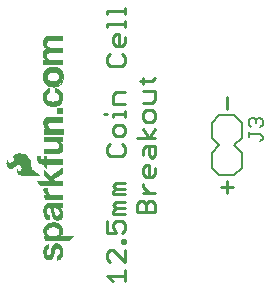
<source format=gbr>
G04 EAGLE Gerber RS-274X export*
G75*
%MOMM*%
%FSLAX34Y34*%
%LPD*%
%INSilkscreen Top*%
%IPPOS*%
%AMOC8*
5,1,8,0,0,1.08239X$1,22.5*%
G01*
%ADD10C,0.279400*%
%ADD11C,0.025400*%
%ADD12R,0.485100X0.495300*%
%ADD13C,0.203200*%
%ADD14C,0.127000*%

G36*
X95611Y126597D02*
X95611Y126597D01*
X95615Y126595D01*
X95655Y126616D01*
X95697Y126633D01*
X95699Y126638D01*
X95703Y126640D01*
X95716Y126683D01*
X95732Y126725D01*
X95730Y126730D01*
X95732Y126734D01*
X95696Y126804D01*
X95691Y126814D01*
X95690Y126815D01*
X90208Y131687D01*
X89426Y132541D01*
X88837Y133531D01*
X88710Y133882D01*
X88645Y134250D01*
X88645Y136525D01*
X88643Y136530D01*
X88645Y136536D01*
X88521Y137900D01*
X88515Y137910D01*
X88517Y137922D01*
X88149Y139241D01*
X88141Y139249D01*
X88140Y139262D01*
X87540Y140492D01*
X87533Y140499D01*
X87530Y140510D01*
X86713Y141667D01*
X86705Y141672D01*
X86702Y141681D01*
X85730Y142712D01*
X85722Y142716D01*
X85719Y142722D01*
X85718Y142723D01*
X85717Y142724D01*
X84610Y143609D01*
X84600Y143611D01*
X84593Y143620D01*
X82912Y144567D01*
X82901Y144568D01*
X82891Y144576D01*
X81067Y145204D01*
X81056Y145203D01*
X81045Y145210D01*
X79138Y145498D01*
X79127Y145495D01*
X79115Y145500D01*
X77187Y145439D01*
X77178Y145435D01*
X77166Y145437D01*
X76127Y145230D01*
X76119Y145225D01*
X76109Y145225D01*
X75111Y144867D01*
X75104Y144861D01*
X75093Y144860D01*
X74159Y144358D01*
X74152Y144349D01*
X74140Y144346D01*
X73003Y143439D01*
X72997Y143428D01*
X72984Y143421D01*
X72063Y142295D01*
X72051Y142252D01*
X72035Y142211D01*
X72037Y142206D01*
X72036Y142200D01*
X72058Y142162D01*
X72076Y142122D01*
X72082Y142119D01*
X72084Y142115D01*
X72113Y142107D01*
X72161Y142089D01*
X73041Y142089D01*
X73162Y142073D01*
X73264Y142029D01*
X73603Y141755D01*
X73852Y141394D01*
X73917Y141220D01*
X73975Y140682D01*
X73877Y140152D01*
X73628Y139664D01*
X72977Y138762D01*
X72623Y138350D01*
X72213Y137999D01*
X71755Y137716D01*
X71261Y137510D01*
X70961Y137451D01*
X70658Y137463D01*
X70139Y137620D01*
X69679Y137906D01*
X69309Y138301D01*
X69054Y138782D01*
X68916Y139272D01*
X68858Y139783D01*
X68858Y140386D01*
X68858Y140387D01*
X68849Y140409D01*
X68820Y140477D01*
X68728Y140512D01*
X68718Y140508D01*
X68643Y140474D01*
X68640Y140472D01*
X68639Y140471D01*
X68638Y140470D01*
X68618Y140449D01*
X68616Y140445D01*
X68613Y140444D01*
X68612Y140440D01*
X68607Y140438D01*
X68269Y140003D01*
X68265Y139988D01*
X68253Y139976D01*
X68032Y139472D01*
X68032Y139471D01*
X67880Y139115D01*
X67779Y138887D01*
X67779Y138877D01*
X67772Y138867D01*
X67552Y137989D01*
X67554Y137980D01*
X67549Y137970D01*
X67463Y137070D01*
X67467Y137060D01*
X67463Y137048D01*
X67529Y136180D01*
X67535Y136169D01*
X67534Y136156D01*
X67765Y135316D01*
X67773Y135306D01*
X67774Y135293D01*
X68162Y134513D01*
X68170Y134506D01*
X68173Y134495D01*
X68733Y133718D01*
X68740Y133714D01*
X68744Y133705D01*
X69402Y133009D01*
X69413Y133004D01*
X69421Y132993D01*
X70024Y132562D01*
X70039Y132559D01*
X70052Y132547D01*
X70744Y132280D01*
X70760Y132280D01*
X70775Y132272D01*
X71512Y132185D01*
X71527Y132190D01*
X71544Y132186D01*
X72279Y132285D01*
X72292Y132293D01*
X72309Y132293D01*
X72997Y132573D01*
X73006Y132582D01*
X73020Y132585D01*
X74778Y133772D01*
X74784Y133780D01*
X74794Y133784D01*
X76335Y135237D01*
X76770Y135607D01*
X77273Y135847D01*
X77821Y135949D01*
X78377Y135906D01*
X78902Y135720D01*
X79362Y135405D01*
X79727Y134980D01*
X80020Y134437D01*
X80218Y133851D01*
X80315Y133241D01*
X80280Y132530D01*
X80073Y131852D01*
X79708Y131246D01*
X79380Y130933D01*
X78976Y130727D01*
X78560Y130634D01*
X78132Y130634D01*
X77717Y130727D01*
X77579Y130799D01*
X77465Y130917D01*
X76866Y131741D01*
X76795Y131874D01*
X76767Y132012D01*
X76783Y132170D01*
X76769Y132213D01*
X76758Y132258D01*
X76754Y132260D01*
X76753Y132264D01*
X76712Y132284D01*
X76673Y132307D01*
X76669Y132306D01*
X76665Y132308D01*
X76622Y132293D01*
X76578Y132280D01*
X76576Y132277D01*
X76572Y132276D01*
X76553Y132238D01*
X76532Y132202D01*
X76456Y131719D01*
X76458Y131714D01*
X76455Y131709D01*
X76382Y130769D01*
X76384Y130763D01*
X76382Y130757D01*
X76383Y130754D01*
X76382Y130749D01*
X76455Y129809D01*
X76460Y129799D01*
X76459Y129787D01*
X76643Y129088D01*
X76651Y129078D01*
X76652Y129064D01*
X76973Y128416D01*
X76982Y128408D01*
X76986Y128394D01*
X77431Y127824D01*
X77442Y127818D01*
X77448Y127806D01*
X77998Y127336D01*
X78010Y127332D01*
X78019Y127321D01*
X78751Y126920D01*
X78764Y126919D01*
X78775Y126910D01*
X79574Y126670D01*
X79587Y126671D01*
X79600Y126665D01*
X80431Y126595D01*
X80437Y126597D01*
X80442Y126595D01*
X95606Y126595D01*
X95611Y126597D01*
G37*
G36*
X120554Y71047D02*
X120554Y71047D01*
X120561Y71045D01*
X120618Y71074D01*
X120639Y71083D01*
X120640Y71085D01*
X120642Y71086D01*
X124376Y75226D01*
X124391Y75271D01*
X124408Y75315D01*
X124407Y75317D01*
X124408Y75320D01*
X124387Y75362D01*
X124367Y75404D01*
X124365Y75405D01*
X124364Y75407D01*
X124342Y75414D01*
X124282Y75437D01*
X113178Y75437D01*
X113180Y75438D01*
X113896Y75958D01*
X113903Y75969D01*
X113916Y75976D01*
X114506Y76636D01*
X114510Y76648D01*
X114521Y76658D01*
X114958Y77427D01*
X114960Y77440D01*
X114969Y77452D01*
X115233Y78296D01*
X115232Y78307D01*
X115238Y78318D01*
X115393Y79535D01*
X115391Y79544D01*
X115394Y79553D01*
X115377Y80780D01*
X115374Y80788D01*
X115376Y80798D01*
X115187Y82010D01*
X115182Y82019D01*
X115182Y82030D01*
X114888Y82949D01*
X114881Y82957D01*
X114879Y82969D01*
X114433Y83825D01*
X114425Y83831D01*
X114422Y83843D01*
X113837Y84611D01*
X113828Y84616D01*
X113823Y84627D01*
X113116Y85284D01*
X113106Y85288D01*
X113099Y85298D01*
X111914Y86070D01*
X111904Y86072D01*
X111895Y86080D01*
X110595Y86636D01*
X110584Y86636D01*
X110574Y86643D01*
X109198Y86966D01*
X109187Y86964D01*
X109176Y86969D01*
X106961Y87087D01*
X106950Y87083D01*
X106938Y87086D01*
X104738Y86803D01*
X104728Y86798D01*
X104716Y86798D01*
X102603Y86124D01*
X102593Y86116D01*
X102580Y86114D01*
X101539Y85535D01*
X101531Y85524D01*
X101517Y85519D01*
X100627Y84727D01*
X100622Y84718D01*
X100612Y84711D01*
X99959Y83887D01*
X99957Y83879D01*
X99950Y83873D01*
X99409Y82971D01*
X99407Y82961D01*
X99399Y82952D01*
X98999Y81928D01*
X98999Y81915D01*
X98992Y81903D01*
X98809Y80818D01*
X98811Y80807D01*
X98807Y80795D01*
X98832Y78814D01*
X98837Y78803D01*
X98835Y78790D01*
X98937Y78308D01*
X98943Y78299D01*
X98943Y78287D01*
X99476Y76966D01*
X99483Y76959D01*
X99484Y76949D01*
X99717Y76555D01*
X99726Y76548D01*
X99731Y76536D01*
X100032Y76193D01*
X100038Y76190D01*
X100041Y76183D01*
X100650Y75623D01*
X101006Y75294D01*
X101007Y75294D01*
X101008Y75293D01*
X101157Y75159D01*
X99240Y75183D01*
X99225Y75177D01*
X99211Y75180D01*
X99182Y75160D01*
X99148Y75146D01*
X99143Y75132D01*
X99130Y75123D01*
X99123Y75082D01*
X99112Y75055D01*
X99116Y75045D01*
X99114Y75034D01*
X99850Y71148D01*
X99872Y71114D01*
X99889Y71078D01*
X99899Y71074D01*
X99905Y71066D01*
X99934Y71060D01*
X99974Y71045D01*
X120548Y71045D01*
X120554Y71047D01*
G37*
G36*
X114912Y220195D02*
X114912Y220195D01*
X114914Y220194D01*
X114957Y220214D01*
X115001Y220232D01*
X115001Y220234D01*
X115003Y220235D01*
X115036Y220320D01*
X115036Y224638D01*
X115035Y224640D01*
X115036Y224642D01*
X115016Y224685D01*
X114998Y224729D01*
X114996Y224729D01*
X114995Y224731D01*
X114910Y224764D01*
X105105Y224764D01*
X105102Y224763D01*
X105099Y224764D01*
X104477Y224734D01*
X103886Y224866D01*
X103348Y225149D01*
X102404Y225969D01*
X102138Y226323D01*
X101960Y226727D01*
X101878Y227167D01*
X101829Y228015D01*
X101860Y228492D01*
X101996Y228943D01*
X102229Y229351D01*
X102547Y229698D01*
X103094Y230068D01*
X103713Y230299D01*
X104376Y230379D01*
X114935Y230379D01*
X114937Y230380D01*
X114939Y230379D01*
X114982Y230399D01*
X115026Y230417D01*
X115026Y230419D01*
X115028Y230420D01*
X115061Y230505D01*
X115061Y234823D01*
X115060Y234825D01*
X115061Y234827D01*
X115041Y234870D01*
X115023Y234914D01*
X115021Y234914D01*
X115020Y234916D01*
X114935Y234949D01*
X105414Y234949D01*
X104311Y235024D01*
X103672Y235173D01*
X103077Y235446D01*
X102549Y235831D01*
X102263Y236149D01*
X102053Y236522D01*
X101927Y236931D01*
X101835Y237834D01*
X101903Y238738D01*
X102031Y239186D01*
X102257Y239592D01*
X102571Y239935D01*
X102954Y240196D01*
X103776Y240508D01*
X104656Y240615D01*
X114935Y240615D01*
X114937Y240616D01*
X114939Y240615D01*
X114982Y240635D01*
X115026Y240653D01*
X115026Y240655D01*
X115028Y240656D01*
X115061Y240741D01*
X115061Y244983D01*
X115060Y244985D01*
X115061Y244987D01*
X115041Y245030D01*
X115023Y245074D01*
X115021Y245074D01*
X115020Y245076D01*
X114935Y245109D01*
X103353Y245109D01*
X103344Y245106D01*
X103334Y245108D01*
X102238Y244939D01*
X102228Y244933D01*
X102213Y244933D01*
X101174Y244547D01*
X101165Y244538D01*
X101151Y244535D01*
X100212Y243947D01*
X100205Y243936D01*
X100191Y243931D01*
X99527Y243285D01*
X99522Y243273D01*
X99509Y243264D01*
X99002Y242490D01*
X99000Y242476D01*
X98989Y242465D01*
X98663Y241599D01*
X98663Y241588D01*
X98657Y241578D01*
X98408Y240318D01*
X98410Y240312D01*
X98406Y240304D01*
X98299Y239025D01*
X98302Y239015D01*
X98299Y239005D01*
X98360Y238111D01*
X98366Y238101D01*
X98364Y238087D01*
X98596Y237222D01*
X98603Y237212D01*
X98604Y237199D01*
X98998Y236394D01*
X99006Y236387D01*
X99008Y236375D01*
X99646Y235486D01*
X99654Y235482D01*
X99658Y235472D01*
X100417Y234684D01*
X100420Y234683D01*
X100421Y234680D01*
X100902Y234225D01*
X100944Y234183D01*
X100286Y233803D01*
X100279Y233793D01*
X100266Y233789D01*
X99597Y233207D01*
X99592Y233196D01*
X99580Y233189D01*
X99034Y232491D01*
X99031Y232479D01*
X99021Y232470D01*
X98618Y231680D01*
X98617Y231668D01*
X98609Y231657D01*
X98348Y230734D01*
X98349Y230722D01*
X98344Y230709D01*
X98274Y229752D01*
X98277Y229742D01*
X98274Y229731D01*
X98401Y228359D01*
X98405Y228352D01*
X98404Y228342D01*
X98658Y227250D01*
X98665Y227240D01*
X98666Y227227D01*
X99070Y226337D01*
X99082Y226327D01*
X99087Y226311D01*
X99699Y225549D01*
X99706Y225545D01*
X99709Y225537D01*
X100496Y224775D01*
X100499Y224774D01*
X100500Y224772D01*
X100505Y224770D01*
X100507Y224766D01*
X100903Y224464D01*
X100910Y224433D01*
X98857Y224433D01*
X98855Y224432D01*
X98853Y224433D01*
X98810Y224413D01*
X98766Y224395D01*
X98766Y224393D01*
X98764Y224392D01*
X98731Y224307D01*
X98731Y220320D01*
X98732Y220318D01*
X98731Y220316D01*
X98751Y220273D01*
X98769Y220229D01*
X98771Y220229D01*
X98772Y220227D01*
X98857Y220194D01*
X114910Y220194D01*
X114912Y220195D01*
G37*
G36*
X111078Y88420D02*
X111078Y88420D01*
X111091Y88417D01*
X112135Y88606D01*
X112144Y88612D01*
X112157Y88612D01*
X113150Y88985D01*
X113159Y88993D01*
X113171Y88995D01*
X113654Y89287D01*
X113661Y89296D01*
X113673Y89301D01*
X114093Y89678D01*
X114098Y89689D01*
X114109Y89696D01*
X114451Y90144D01*
X114455Y90157D01*
X114465Y90167D01*
X115071Y91436D01*
X115071Y91449D01*
X115080Y91462D01*
X115388Y92834D01*
X115386Y92846D01*
X115391Y92859D01*
X115429Y94494D01*
X115425Y94504D01*
X115428Y94515D01*
X115187Y96133D01*
X115181Y96142D01*
X115182Y96155D01*
X114830Y97190D01*
X114822Y97199D01*
X114820Y97211D01*
X114280Y98162D01*
X114271Y98170D01*
X114266Y98182D01*
X113563Y99009D01*
X113547Y99033D01*
X113546Y99042D01*
X113548Y99050D01*
X113554Y99057D01*
X113577Y99066D01*
X114606Y99293D01*
X114609Y99295D01*
X114612Y99294D01*
X114892Y99370D01*
X114906Y99381D01*
X114925Y99385D01*
X114961Y99406D01*
X114978Y99430D01*
X114981Y99433D01*
X114991Y99437D01*
X114994Y99445D01*
X115007Y99457D01*
X115026Y99494D01*
X115028Y99524D01*
X115039Y99562D01*
X115036Y99598D01*
X115036Y103632D01*
X115027Y103655D01*
X115027Y103680D01*
X115008Y103698D01*
X114998Y103723D01*
X114975Y103732D01*
X114957Y103749D01*
X114928Y103750D01*
X114906Y103758D01*
X114888Y103750D01*
X114866Y103750D01*
X114667Y103676D01*
X113372Y103327D01*
X112035Y103225D01*
X107697Y103250D01*
X107694Y103249D01*
X107692Y103250D01*
X107649Y103230D01*
X107616Y103217D01*
X107594Y103225D01*
X102768Y103225D01*
X102761Y103222D01*
X102753Y103224D01*
X102017Y103133D01*
X102004Y103126D01*
X101987Y103126D01*
X101296Y102859D01*
X101286Y102848D01*
X101269Y102844D01*
X100664Y102417D01*
X100656Y102404D01*
X100641Y102396D01*
X100158Y101834D01*
X100154Y101821D01*
X100143Y101811D01*
X99449Y100508D01*
X99448Y100496D01*
X99440Y100485D01*
X99015Y99071D01*
X99016Y99061D01*
X99011Y99052D01*
X98781Y97313D01*
X98783Y97305D01*
X98780Y97297D01*
X98772Y95543D01*
X98775Y95536D01*
X98772Y95527D01*
X98986Y93787D01*
X98990Y93779D01*
X98989Y93769D01*
X99323Y92540D01*
X99330Y92532D01*
X99330Y92521D01*
X99859Y91363D01*
X99868Y91355D01*
X99871Y91342D01*
X100445Y90525D01*
X100456Y90518D01*
X100462Y90505D01*
X100502Y90468D01*
X101176Y89837D01*
X101192Y89822D01*
X101204Y89818D01*
X101213Y89806D01*
X102066Y89287D01*
X102079Y89285D01*
X102090Y89275D01*
X103031Y88941D01*
X103044Y88942D01*
X103057Y88935D01*
X103948Y88813D01*
X103950Y88810D01*
X103950Y88809D01*
X103997Y88791D01*
X104042Y88774D01*
X104047Y88776D01*
X104126Y88809D01*
X104152Y88834D01*
X104169Y88874D01*
X104190Y88912D01*
X104188Y88918D01*
X104190Y88925D01*
X104173Y88965D01*
X104164Y88995D01*
X104164Y93142D01*
X104163Y93144D01*
X104164Y93146D01*
X104144Y93189D01*
X104126Y93233D01*
X104124Y93233D01*
X104123Y93235D01*
X104038Y93268D01*
X103996Y93268D01*
X103464Y93331D01*
X102969Y93515D01*
X102531Y93810D01*
X102175Y94200D01*
X101920Y94664D01*
X101755Y95225D01*
X101701Y95812D01*
X101751Y97167D01*
X101812Y97536D01*
X101940Y97882D01*
X102133Y98196D01*
X102367Y98449D01*
X102646Y98648D01*
X102960Y98787D01*
X103481Y98898D01*
X104012Y98898D01*
X104533Y98787D01*
X104630Y98745D01*
X104717Y98685D01*
X104978Y98401D01*
X105224Y97973D01*
X105389Y97504D01*
X105615Y96198D01*
X105843Y93992D01*
X105846Y93988D01*
X105845Y93983D01*
X106123Y92446D01*
X106127Y92438D01*
X106127Y92429D01*
X106611Y90944D01*
X106618Y90936D01*
X106619Y90924D01*
X106985Y90228D01*
X106995Y90220D01*
X106999Y90207D01*
X107497Y89597D01*
X107505Y89593D01*
X107509Y89584D01*
X107513Y89583D01*
X107515Y89579D01*
X108124Y89081D01*
X108135Y89078D01*
X108138Y89077D01*
X108148Y89066D01*
X109010Y88637D01*
X109025Y88636D01*
X109039Y88627D01*
X109980Y88421D01*
X109993Y88423D01*
X110007Y88418D01*
X111068Y88415D01*
X111078Y88420D01*
G37*
G36*
X114989Y117553D02*
X114989Y117553D01*
X114992Y117552D01*
X115075Y117589D01*
X115126Y117640D01*
X115128Y117643D01*
X115130Y117644D01*
X115163Y117729D01*
X115163Y121869D01*
X115162Y121871D01*
X115163Y121873D01*
X115143Y121916D01*
X115125Y121960D01*
X115123Y121960D01*
X115122Y121962D01*
X115037Y121995D01*
X109629Y121995D01*
X108022Y123650D01*
X115000Y127883D01*
X115011Y127898D01*
X115028Y127906D01*
X115041Y127940D01*
X115058Y127963D01*
X115056Y127976D01*
X115061Y127990D01*
X115086Y133070D01*
X115071Y133106D01*
X115063Y133144D01*
X115053Y133150D01*
X115048Y133161D01*
X115012Y133176D01*
X114979Y133196D01*
X114967Y133193D01*
X114957Y133197D01*
X114929Y133185D01*
X114890Y133176D01*
X104995Y126579D01*
X99429Y132270D01*
X99428Y132271D01*
X99427Y132273D01*
X99382Y132290D01*
X99338Y132308D01*
X99337Y132308D01*
X99335Y132308D01*
X99292Y132288D01*
X99248Y132269D01*
X99247Y132268D01*
X99246Y132267D01*
X99213Y132182D01*
X99213Y127508D01*
X99214Y127505D01*
X99213Y127502D01*
X99250Y127419D01*
X104724Y121944D01*
X93294Y121944D01*
X93262Y121931D01*
X93228Y121926D01*
X93218Y121912D01*
X93203Y121906D01*
X93191Y121874D01*
X93171Y121845D01*
X93173Y121828D01*
X93168Y121814D01*
X93179Y121789D01*
X93184Y121755D01*
X95546Y117615D01*
X95563Y117603D01*
X95571Y117585D01*
X95603Y117572D01*
X95625Y117556D01*
X95640Y117558D01*
X95656Y117552D01*
X114986Y117552D01*
X114989Y117553D01*
G37*
G36*
X110063Y144453D02*
X110063Y144453D01*
X110070Y144451D01*
X111169Y144552D01*
X111179Y144558D01*
X111192Y144556D01*
X112255Y144856D01*
X112264Y144863D01*
X112277Y144864D01*
X113267Y145352D01*
X113275Y145361D01*
X113287Y145365D01*
X114172Y146025D01*
X114179Y146035D01*
X114191Y146042D01*
X114419Y146296D01*
X114423Y146308D01*
X114434Y146316D01*
X114960Y147218D01*
X114962Y147230D01*
X114970Y147240D01*
X115313Y148226D01*
X115312Y148238D01*
X115319Y148250D01*
X115466Y149283D01*
X115463Y149293D01*
X115467Y149304D01*
X115466Y149378D01*
X115466Y149379D01*
X115463Y149505D01*
X115461Y149631D01*
X115458Y149757D01*
X115455Y149883D01*
X115455Y149884D01*
X115453Y150010D01*
X115437Y150798D01*
X115434Y150805D01*
X115436Y150814D01*
X115212Y152292D01*
X115207Y152300D01*
X115208Y152310D01*
X115127Y152572D01*
X115121Y152580D01*
X115120Y152592D01*
X114997Y152837D01*
X114990Y152844D01*
X114987Y152854D01*
X114328Y153784D01*
X114320Y153789D01*
X114317Y153798D01*
X113532Y154625D01*
X113524Y154628D01*
X113519Y154637D01*
X112878Y155144D01*
X114935Y155144D01*
X114937Y155145D01*
X114939Y155144D01*
X114982Y155164D01*
X115026Y155182D01*
X115026Y155184D01*
X115028Y155185D01*
X115061Y155270D01*
X115061Y159283D01*
X115060Y159285D01*
X115061Y159287D01*
X115041Y159330D01*
X115023Y159374D01*
X115021Y159374D01*
X115020Y159376D01*
X114935Y159409D01*
X99314Y159409D01*
X99312Y159408D01*
X99310Y159409D01*
X99267Y159389D01*
X99223Y159371D01*
X99223Y159369D01*
X99221Y159368D01*
X99188Y159283D01*
X99188Y155067D01*
X99189Y155065D01*
X99188Y155063D01*
X99208Y155020D01*
X99226Y154976D01*
X99228Y154976D01*
X99229Y154974D01*
X99314Y154941D01*
X107616Y154941D01*
X108846Y154865D01*
X110050Y154640D01*
X110600Y154431D01*
X111085Y154104D01*
X111482Y153673D01*
X111770Y153163D01*
X111982Y152472D01*
X112049Y151751D01*
X111969Y151032D01*
X111746Y150343D01*
X111521Y149948D01*
X111220Y149607D01*
X110858Y149335D01*
X110090Y148992D01*
X109260Y148843D01*
X99263Y148843D01*
X99261Y148842D01*
X99259Y148843D01*
X99216Y148823D01*
X99172Y148805D01*
X99172Y148803D01*
X99170Y148802D01*
X99137Y148717D01*
X99137Y144577D01*
X99138Y144575D01*
X99137Y144573D01*
X99157Y144530D01*
X99175Y144486D01*
X99177Y144486D01*
X99178Y144484D01*
X99263Y144451D01*
X110058Y144451D01*
X110063Y144453D01*
G37*
G36*
X115013Y161648D02*
X115013Y161648D01*
X115015Y161647D01*
X115058Y161667D01*
X115102Y161685D01*
X115102Y161687D01*
X115104Y161688D01*
X115137Y161773D01*
X115137Y165989D01*
X115136Y165991D01*
X115137Y165993D01*
X115117Y166036D01*
X115099Y166080D01*
X115097Y166080D01*
X115096Y166082D01*
X115011Y166115D01*
X105645Y166115D01*
X104862Y166196D01*
X104112Y166412D01*
X103433Y166775D01*
X102864Y167292D01*
X102550Y167749D01*
X102346Y168265D01*
X102259Y168821D01*
X102209Y169926D01*
X102226Y170242D01*
X102303Y170542D01*
X102520Y170977D01*
X102829Y171351D01*
X103216Y171647D01*
X103858Y171957D01*
X104546Y172148D01*
X105264Y172213D01*
X114910Y172213D01*
X114912Y172214D01*
X114914Y172213D01*
X114957Y172233D01*
X115001Y172251D01*
X115001Y172253D01*
X115003Y172254D01*
X115036Y172339D01*
X115036Y176428D01*
X115035Y176430D01*
X115036Y176432D01*
X115016Y176475D01*
X114998Y176519D01*
X114996Y176519D01*
X114995Y176521D01*
X114910Y176554D01*
X104369Y176554D01*
X104364Y176552D01*
X104359Y176554D01*
X103230Y176464D01*
X103222Y176460D01*
X103213Y176461D01*
X102106Y176221D01*
X102098Y176216D01*
X102088Y176216D01*
X101383Y175947D01*
X101375Y175939D01*
X101363Y175937D01*
X100714Y175553D01*
X100708Y175544D01*
X100696Y175540D01*
X100121Y175051D01*
X100116Y175040D01*
X100104Y175033D01*
X99486Y174248D01*
X99483Y174235D01*
X99471Y174224D01*
X99049Y173319D01*
X99048Y173305D01*
X99040Y173291D01*
X98834Y172314D01*
X98837Y172303D01*
X98832Y172291D01*
X98782Y170285D01*
X98786Y170275D01*
X98783Y170264D01*
X98938Y169212D01*
X98945Y169201D01*
X98945Y169187D01*
X99314Y168190D01*
X99323Y168180D01*
X99326Y168166D01*
X99893Y167268D01*
X99902Y167261D01*
X99906Y167250D01*
X100322Y166789D01*
X100330Y166786D01*
X100334Y166778D01*
X100807Y166376D01*
X100812Y166374D01*
X100814Y166370D01*
X101192Y166093D01*
X101328Y165979D01*
X101357Y165937D01*
X99289Y165937D01*
X99287Y165936D01*
X99285Y165937D01*
X99242Y165917D01*
X99198Y165899D01*
X99198Y165897D01*
X99196Y165896D01*
X99163Y165811D01*
X99163Y161773D01*
X99164Y161771D01*
X99163Y161769D01*
X99183Y161726D01*
X99201Y161682D01*
X99203Y161682D01*
X99204Y161680D01*
X99289Y161647D01*
X115011Y161647D01*
X115013Y161648D01*
G37*
G36*
X110434Y202491D02*
X110434Y202491D01*
X110454Y202504D01*
X110482Y202510D01*
X112971Y204110D01*
X112986Y204131D01*
X113010Y204149D01*
X114788Y206994D01*
X114792Y207018D01*
X114806Y207044D01*
X115212Y210041D01*
X115208Y210055D01*
X115213Y210071D01*
X114959Y212586D01*
X114952Y212598D01*
X114952Y212614D01*
X114317Y214468D01*
X114306Y214481D01*
X114301Y214500D01*
X113514Y215617D01*
X113506Y215622D01*
X113502Y215631D01*
X112359Y216825D01*
X112345Y216831D01*
X112335Y216845D01*
X111040Y217658D01*
X111023Y217661D01*
X111007Y217673D01*
X108543Y218359D01*
X108533Y218357D01*
X108524Y218362D01*
X106416Y218616D01*
X106402Y218612D01*
X106385Y218616D01*
X104200Y218336D01*
X104185Y218327D01*
X104165Y218326D01*
X101828Y217285D01*
X101816Y217272D01*
X101797Y217266D01*
X100527Y216174D01*
X100520Y216160D01*
X100505Y216150D01*
X99134Y214169D01*
X99131Y214153D01*
X99119Y214138D01*
X98560Y212512D01*
X98560Y212499D01*
X98554Y212487D01*
X98300Y210480D01*
X98302Y210471D01*
X98299Y210462D01*
X98299Y210461D01*
X98309Y210438D01*
X98315Y210425D01*
X98326Y210385D01*
X98335Y210381D01*
X98339Y210372D01*
X98340Y210371D01*
X98342Y210371D01*
X98388Y210352D01*
X98413Y210338D01*
X98418Y210340D01*
X98423Y210338D01*
X101395Y210288D01*
X101398Y210289D01*
X101401Y210288D01*
X101443Y210307D01*
X101486Y210325D01*
X101487Y210328D01*
X101490Y210329D01*
X101523Y210414D01*
X101523Y210510D01*
X101622Y211697D01*
X102135Y212650D01*
X102379Y212902D01*
X102380Y212902D01*
X102502Y213028D01*
X102747Y213281D01*
X102944Y213484D01*
X104556Y214228D01*
X106485Y214479D01*
X107910Y214479D01*
X109458Y214104D01*
X110668Y213561D01*
X111649Y212482D01*
X112241Y210731D01*
X112019Y208983D01*
X111011Y207335D01*
X109984Y206797D01*
X108836Y206423D01*
X107587Y206248D01*
X105728Y206298D01*
X104254Y206572D01*
X103365Y206968D01*
X102281Y207756D01*
X101646Y208904D01*
X101496Y209999D01*
X101474Y210036D01*
X101456Y210075D01*
X101449Y210078D01*
X101446Y210084D01*
X101416Y210091D01*
X101371Y210108D01*
X98450Y210108D01*
X98423Y210097D01*
X98394Y210095D01*
X98378Y210078D01*
X98359Y210070D01*
X98351Y210048D01*
X98333Y210028D01*
X98283Y209901D01*
X98283Y209879D01*
X98274Y209855D01*
X98274Y209804D01*
X98277Y209797D01*
X98275Y209789D01*
X98452Y208316D01*
X98462Y208298D01*
X98464Y208275D01*
X100141Y204897D01*
X100160Y204880D01*
X100176Y204854D01*
X102894Y202720D01*
X102918Y202713D01*
X102944Y202696D01*
X106500Y201883D01*
X106522Y201887D01*
X106548Y201881D01*
X110434Y202491D01*
G37*
G36*
X109988Y54612D02*
X109988Y54612D01*
X109991Y54611D01*
X110347Y54636D01*
X110353Y54639D01*
X110360Y54638D01*
X110944Y54740D01*
X110952Y54745D01*
X110963Y54744D01*
X112233Y55176D01*
X112240Y55183D01*
X112250Y55184D01*
X112846Y55493D01*
X112853Y55503D01*
X112866Y55507D01*
X113390Y55927D01*
X113395Y55938D01*
X113407Y55944D01*
X113838Y56459D01*
X113840Y56467D01*
X113847Y56472D01*
X114609Y57666D01*
X114611Y57674D01*
X114618Y57681D01*
X115015Y58538D01*
X115016Y58551D01*
X115024Y58563D01*
X115236Y59484D01*
X115234Y59493D01*
X115239Y59503D01*
X115417Y62069D01*
X115415Y62076D01*
X115417Y62082D01*
X115413Y62190D01*
X115409Y62316D01*
X115404Y62442D01*
X115400Y62568D01*
X115400Y62569D01*
X115396Y62695D01*
X115391Y62821D01*
X115387Y62947D01*
X115382Y63073D01*
X115382Y63074D01*
X115378Y63200D01*
X115373Y63326D01*
X115370Y63409D01*
X115368Y63415D01*
X115369Y63422D01*
X115187Y64736D01*
X115183Y64744D01*
X115184Y64753D01*
X114901Y65753D01*
X114894Y65762D01*
X114893Y65774D01*
X114442Y66709D01*
X114434Y66716D01*
X114431Y66728D01*
X113825Y67572D01*
X113816Y67577D01*
X113814Y67582D01*
X113813Y67582D01*
X113810Y67588D01*
X113067Y68314D01*
X113057Y68318D01*
X113049Y68329D01*
X112485Y68708D01*
X112474Y68710D01*
X112464Y68719D01*
X111839Y68985D01*
X111827Y68985D01*
X111816Y68993D01*
X111152Y69135D01*
X111143Y69134D01*
X111134Y69138D01*
X110093Y69214D01*
X110084Y69211D01*
X110073Y69214D01*
X109018Y69120D01*
X109005Y69113D01*
X108989Y69113D01*
X107986Y68776D01*
X107975Y68767D01*
X107960Y68764D01*
X107548Y68512D01*
X107541Y68502D01*
X107527Y68496D01*
X107177Y68164D01*
X107173Y68153D01*
X107162Y68147D01*
X106654Y67455D01*
X106652Y67447D01*
X106644Y67440D01*
X106239Y66684D01*
X106238Y66675D01*
X106232Y66668D01*
X105622Y65012D01*
X105622Y65004D01*
X105617Y64996D01*
X105236Y63273D01*
X105236Y63272D01*
X105235Y63271D01*
X104831Y61248D01*
X104559Y60496D01*
X104143Y59821D01*
X103850Y59538D01*
X103489Y59354D01*
X103120Y59289D01*
X102748Y59337D01*
X102406Y59492D01*
X102138Y59725D01*
X101943Y60026D01*
X101786Y60450D01*
X101701Y60899D01*
X101657Y61748D01*
X101701Y62595D01*
X101799Y63091D01*
X101988Y63558D01*
X102259Y63981D01*
X102523Y64256D01*
X102836Y64474D01*
X103188Y64624D01*
X103431Y64679D01*
X103691Y64695D01*
X103733Y64716D01*
X103776Y64736D01*
X103777Y64738D01*
X103779Y64739D01*
X103785Y64758D01*
X103809Y64821D01*
X103809Y68707D01*
X103806Y68716D01*
X103808Y68724D01*
X103787Y68760D01*
X103771Y68798D01*
X103762Y68801D01*
X103757Y68809D01*
X103706Y68823D01*
X103679Y68833D01*
X103675Y68831D01*
X103670Y68833D01*
X102959Y68757D01*
X102949Y68751D01*
X102938Y68753D01*
X102932Y68748D01*
X102925Y68748D01*
X102912Y68756D01*
X102892Y68751D01*
X102877Y68751D01*
X102874Y68749D01*
X102852Y68750D01*
X102294Y68547D01*
X102290Y68543D01*
X102285Y68543D01*
X101497Y68187D01*
X101491Y68180D01*
X101480Y68178D01*
X101038Y67892D01*
X101033Y67884D01*
X101023Y67880D01*
X100628Y67532D01*
X100623Y67522D01*
X100612Y67515D01*
X99855Y66556D01*
X99852Y66543D01*
X99841Y66533D01*
X99303Y65436D01*
X99302Y65424D01*
X99294Y65413D01*
X98926Y64062D01*
X98927Y64052D01*
X98922Y64042D01*
X98782Y62649D01*
X98784Y62643D01*
X98782Y62636D01*
X98782Y60833D01*
X98784Y60827D01*
X98782Y60819D01*
X98937Y59390D01*
X98943Y59380D01*
X98942Y59367D01*
X99353Y57989D01*
X99360Y57980D01*
X99361Y57968D01*
X100015Y56687D01*
X100024Y56679D01*
X100027Y56667D01*
X100397Y56191D01*
X100407Y56185D01*
X100413Y56173D01*
X100868Y55779D01*
X100879Y55775D01*
X100888Y55764D01*
X101410Y55465D01*
X101423Y55464D01*
X101433Y55455D01*
X102517Y55097D01*
X102529Y55098D01*
X102542Y55092D01*
X103676Y54963D01*
X103688Y54966D01*
X103702Y54963D01*
X104838Y55068D01*
X104849Y55074D01*
X104863Y55073D01*
X105352Y55225D01*
X105362Y55233D01*
X105376Y55235D01*
X105823Y55484D01*
X105831Y55495D01*
X105845Y55499D01*
X106230Y55836D01*
X106235Y55846D01*
X106246Y55852D01*
X106783Y56529D01*
X106786Y56538D01*
X106794Y56545D01*
X107221Y57296D01*
X107222Y57305D01*
X107229Y57313D01*
X107535Y58121D01*
X107535Y58129D01*
X107540Y58137D01*
X108403Y61768D01*
X108709Y62942D01*
X109179Y64049D01*
X109410Y64385D01*
X109714Y64651D01*
X110076Y64831D01*
X110471Y64916D01*
X110875Y64899D01*
X111260Y64782D01*
X111605Y64574D01*
X111889Y64286D01*
X112201Y63773D01*
X112398Y63206D01*
X112472Y62603D01*
X112472Y61273D01*
X112399Y60711D01*
X112182Y60124D01*
X111845Y59597D01*
X111402Y59155D01*
X110988Y58900D01*
X110526Y58753D01*
X110029Y58724D01*
X109982Y58724D01*
X109980Y58723D01*
X109978Y58724D01*
X109935Y58704D01*
X109891Y58686D01*
X109891Y58684D01*
X109889Y58683D01*
X109856Y58598D01*
X109856Y54737D01*
X109858Y54731D01*
X109856Y54724D01*
X109863Y54712D01*
X109862Y54698D01*
X109863Y54696D01*
X109863Y54695D01*
X109883Y54673D01*
X109894Y54646D01*
X109901Y54644D01*
X109904Y54638D01*
X109918Y54633D01*
X109927Y54623D01*
X109928Y54623D01*
X109930Y54622D01*
X109957Y54621D01*
X109964Y54619D01*
X109986Y54611D01*
X109988Y54612D01*
G37*
G36*
X108006Y184789D02*
X108006Y184789D01*
X108016Y184787D01*
X109232Y184932D01*
X109240Y184937D01*
X109251Y184936D01*
X110429Y185270D01*
X110437Y185276D01*
X110448Y185277D01*
X111558Y185791D01*
X111565Y185799D01*
X111576Y185801D01*
X112592Y186483D01*
X112598Y186492D01*
X112608Y186496D01*
X113431Y187267D01*
X113435Y187276D01*
X113445Y187282D01*
X114129Y188178D01*
X114132Y188188D01*
X114141Y188196D01*
X114667Y189193D01*
X114668Y189203D01*
X114675Y189212D01*
X115030Y190282D01*
X115029Y190291D01*
X115034Y190300D01*
X115316Y191864D01*
X115315Y191871D01*
X115318Y191878D01*
X115417Y193464D01*
X115414Y193473D01*
X115417Y193482D01*
X115321Y194665D01*
X115317Y194674D01*
X115318Y194685D01*
X115036Y195838D01*
X115030Y195846D01*
X115030Y195857D01*
X114568Y196950D01*
X114560Y196958D01*
X114557Y196970D01*
X113737Y198218D01*
X113726Y198225D01*
X113720Y198238D01*
X112662Y199291D01*
X112650Y199295D01*
X112642Y199307D01*
X111391Y200122D01*
X111378Y200124D01*
X111368Y200134D01*
X109977Y200676D01*
X109966Y200675D01*
X109956Y200682D01*
X109491Y200777D01*
X109482Y200775D01*
X109474Y200779D01*
X108999Y200811D01*
X108995Y200810D01*
X108991Y200811D01*
X108941Y200811D01*
X108939Y200810D01*
X108937Y200811D01*
X108894Y200791D01*
X108850Y200773D01*
X108850Y200771D01*
X108848Y200770D01*
X108815Y200685D01*
X108815Y196621D01*
X108831Y196582D01*
X108843Y196542D01*
X108850Y196537D01*
X108853Y196530D01*
X108882Y196519D01*
X108922Y196496D01*
X109598Y196392D01*
X110235Y196177D01*
X110825Y195856D01*
X111257Y195498D01*
X111602Y195055D01*
X111870Y194525D01*
X112043Y193956D01*
X112116Y193366D01*
X112075Y192565D01*
X111894Y191786D01*
X111564Y191078D01*
X111075Y190470D01*
X110456Y189995D01*
X109739Y189680D01*
X108215Y189334D01*
X106655Y189205D01*
X105514Y189298D01*
X104411Y189603D01*
X103386Y190108D01*
X102475Y190795D01*
X102185Y191142D01*
X101999Y191556D01*
X101818Y192377D01*
X101752Y193217D01*
X101835Y194049D01*
X102096Y194841D01*
X102394Y195334D01*
X102486Y195429D01*
X102732Y195682D01*
X102795Y195747D01*
X103280Y196058D01*
X103822Y196251D01*
X104401Y196318D01*
X104419Y196318D01*
X104421Y196319D01*
X104423Y196318D01*
X104466Y196338D01*
X104510Y196356D01*
X104510Y196358D01*
X104512Y196359D01*
X104545Y196444D01*
X104545Y200635D01*
X104539Y200649D01*
X104542Y200663D01*
X104521Y200692D01*
X104507Y200726D01*
X104493Y200731D01*
X104484Y200743D01*
X104443Y200750D01*
X104415Y200761D01*
X104406Y200757D01*
X104395Y200759D01*
X103187Y200522D01*
X103179Y200517D01*
X103168Y200517D01*
X102013Y200093D01*
X102005Y200084D01*
X101992Y200082D01*
X100926Y199442D01*
X100918Y199431D01*
X100904Y199425D01*
X100001Y198570D01*
X99995Y198557D01*
X99983Y198549D01*
X99286Y197518D01*
X99284Y197505D01*
X99273Y197494D01*
X98816Y196337D01*
X98816Y196328D01*
X98810Y196319D01*
X98491Y194908D01*
X98492Y194902D01*
X98489Y194897D01*
X98300Y193463D01*
X98302Y193454D01*
X98299Y193444D01*
X98322Y191902D01*
X98328Y191891D01*
X98325Y191877D01*
X98658Y190371D01*
X98665Y190361D01*
X98665Y190347D01*
X99277Y188956D01*
X99286Y188948D01*
X99289Y188935D01*
X100154Y187686D01*
X100164Y187679D01*
X100170Y187667D01*
X101258Y186606D01*
X101269Y186602D01*
X101276Y186591D01*
X102547Y185757D01*
X102558Y185755D01*
X102568Y185746D01*
X103974Y185169D01*
X103986Y185169D01*
X103997Y185162D01*
X105487Y184864D01*
X105498Y184866D01*
X105508Y184862D01*
X107997Y184786D01*
X108006Y184789D01*
G37*
G36*
X102029Y131847D02*
X102029Y131847D01*
X102073Y131867D01*
X102074Y131868D01*
X102107Y131952D01*
X102131Y135815D01*
X115011Y135815D01*
X115013Y135816D01*
X115015Y135815D01*
X115058Y135835D01*
X115102Y135853D01*
X115102Y135855D01*
X115104Y135856D01*
X115137Y135941D01*
X115137Y140106D01*
X115136Y140108D01*
X115137Y140110D01*
X115117Y140153D01*
X115099Y140197D01*
X115097Y140197D01*
X115096Y140199D01*
X115011Y140232D01*
X102107Y140232D01*
X102107Y143104D01*
X102106Y143106D01*
X102107Y143108D01*
X102087Y143151D01*
X102069Y143195D01*
X102067Y143195D01*
X102066Y143197D01*
X101981Y143230D01*
X99314Y143230D01*
X99312Y143229D01*
X99310Y143230D01*
X99267Y143210D01*
X99223Y143192D01*
X99223Y143190D01*
X99221Y143189D01*
X99188Y143104D01*
X99188Y140258D01*
X97926Y140258D01*
X97464Y140321D01*
X97041Y140496D01*
X96809Y140678D01*
X96639Y140918D01*
X96542Y141200D01*
X96459Y142100D01*
X96544Y143015D01*
X96570Y143295D01*
X96568Y143301D01*
X96570Y143307D01*
X96570Y143383D01*
X96569Y143385D01*
X96570Y143387D01*
X96550Y143430D01*
X96532Y143474D01*
X96530Y143474D01*
X96529Y143476D01*
X96444Y143509D01*
X93421Y143509D01*
X93419Y143508D01*
X93417Y143509D01*
X93374Y143489D01*
X93330Y143471D01*
X93330Y143469D01*
X93328Y143468D01*
X93295Y143383D01*
X93295Y143361D01*
X93219Y142044D01*
X93220Y142041D01*
X93219Y142037D01*
X93219Y140487D01*
X93223Y140477D01*
X93221Y140466D01*
X93395Y139453D01*
X93402Y139443D01*
X93402Y139429D01*
X93771Y138471D01*
X93779Y138462D01*
X93782Y138449D01*
X94332Y137581D01*
X94342Y137574D01*
X94347Y137562D01*
X95057Y136819D01*
X95068Y136814D01*
X95075Y136803D01*
X95552Y136463D01*
X95563Y136461D01*
X95572Y136452D01*
X96103Y136203D01*
X96114Y136203D01*
X96124Y136195D01*
X96691Y136047D01*
X96702Y136048D01*
X96713Y136043D01*
X98847Y135866D01*
X98848Y135867D01*
X98854Y135867D01*
X98857Y135866D01*
X99188Y135866D01*
X99188Y134620D01*
X99189Y134617D01*
X99188Y134614D01*
X99225Y134531D01*
X101892Y131864D01*
X101892Y131863D01*
X101893Y131863D01*
X101938Y131845D01*
X101983Y131827D01*
X101984Y131827D01*
X102029Y131847D01*
G37*
G36*
X114912Y105691D02*
X114912Y105691D01*
X114914Y105690D01*
X114957Y105710D01*
X115001Y105728D01*
X115001Y105730D01*
X115003Y105731D01*
X115036Y105816D01*
X115036Y109982D01*
X115035Y109984D01*
X115036Y109986D01*
X115016Y110029D01*
X114998Y110073D01*
X114996Y110073D01*
X114995Y110075D01*
X114910Y110108D01*
X107091Y110108D01*
X106245Y110181D01*
X105426Y110381D01*
X104633Y110742D01*
X103941Y111267D01*
X103381Y111934D01*
X103117Y112413D01*
X102936Y112931D01*
X102844Y113473D01*
X102844Y114998D01*
X102969Y115595D01*
X102968Y115598D01*
X102970Y115601D01*
X102995Y115753D01*
X102992Y115762D01*
X102996Y115773D01*
X102996Y115799D01*
X102995Y115801D01*
X102996Y115803D01*
X102976Y115846D01*
X102958Y115890D01*
X102956Y115890D01*
X102955Y115892D01*
X102870Y115925D01*
X99009Y115925D01*
X98965Y115907D01*
X98920Y115889D01*
X98920Y115887D01*
X98918Y115887D01*
X98912Y115870D01*
X98883Y115806D01*
X98807Y114434D01*
X98811Y114424D01*
X98808Y114412D01*
X98892Y113711D01*
X98898Y113701D01*
X98897Y113687D01*
X99120Y113017D01*
X99129Y113008D01*
X99131Y112994D01*
X99484Y112383D01*
X99487Y112381D01*
X99488Y112377D01*
X100073Y111488D01*
X100076Y111485D01*
X100078Y111480D01*
X100380Y111086D01*
X100392Y111079D01*
X100400Y111065D01*
X100783Y110749D01*
X100789Y110747D01*
X100794Y110741D01*
X101836Y110055D01*
X102104Y109876D01*
X102119Y109829D01*
X99339Y109829D01*
X99326Y109824D01*
X99313Y109827D01*
X99283Y109805D01*
X99248Y109791D01*
X99243Y109778D01*
X99232Y109770D01*
X99224Y109727D01*
X99213Y109699D01*
X99217Y109691D01*
X99215Y109681D01*
X99901Y105820D01*
X99923Y105786D01*
X99940Y105749D01*
X99949Y105745D01*
X99954Y105737D01*
X99984Y105732D01*
X100025Y105716D01*
X114910Y105690D01*
X114912Y105691D01*
G37*
%LPC*%
G36*
X105035Y75369D02*
X105035Y75369D01*
X104261Y75636D01*
X103554Y76049D01*
X102874Y76647D01*
X102318Y77359D01*
X102156Y77697D01*
X102082Y78069D01*
X102032Y79144D01*
X102077Y79711D01*
X102233Y80253D01*
X102493Y80753D01*
X103123Y81512D01*
X103909Y82109D01*
X104808Y82512D01*
X105778Y82703D01*
X107749Y82706D01*
X109696Y82402D01*
X110457Y82113D01*
X111115Y81641D01*
X111631Y81015D01*
X111969Y80276D01*
X112148Y79385D01*
X112142Y78475D01*
X111990Y77753D01*
X111700Y77075D01*
X111337Y76566D01*
X110868Y76154D01*
X110304Y75855D01*
X110300Y75849D01*
X110293Y75848D01*
X110217Y75797D01*
X110216Y75796D01*
X110215Y75796D01*
X110155Y75754D01*
X110096Y75742D01*
X110058Y75742D01*
X110057Y75742D01*
X110056Y75742D01*
X110012Y75723D01*
X109967Y75704D01*
X109967Y75703D01*
X109966Y75702D01*
X109949Y75657D01*
X109941Y75635D01*
X109936Y75635D01*
X109901Y75644D01*
X109864Y75639D01*
X109854Y75633D01*
X109840Y75634D01*
X109165Y75409D01*
X108396Y75285D01*
X105850Y75259D01*
X105035Y75369D01*
G37*
%LPD*%
%LPC*%
G36*
X109847Y92856D02*
X109847Y92856D01*
X109305Y93076D01*
X109007Y93280D01*
X108763Y93548D01*
X108479Y94022D01*
X108282Y94540D01*
X108177Y95090D01*
X108025Y96533D01*
X108023Y96537D01*
X108023Y96541D01*
X107854Y97533D01*
X107850Y97539D01*
X107851Y97548D01*
X107563Y98512D01*
X107556Y98521D01*
X107554Y98534D01*
X107447Y98741D01*
X107435Y98751D01*
X107429Y98767D01*
X107302Y98909D01*
X107594Y98909D01*
X107596Y98910D01*
X107598Y98909D01*
X107641Y98929D01*
X107643Y98929D01*
X107696Y98909D01*
X108530Y98909D01*
X109619Y98839D01*
X110689Y98632D01*
X110854Y98585D01*
X111103Y98478D01*
X111322Y98328D01*
X112041Y97584D01*
X112226Y97293D01*
X112348Y96971D01*
X112497Y95929D01*
X112447Y94401D01*
X112350Y93940D01*
X112147Y93519D01*
X111850Y93157D01*
X111600Y92966D01*
X111315Y92831D01*
X111007Y92760D01*
X110423Y92749D01*
X109847Y92856D01*
G37*
%LPD*%
D10*
X157514Y36957D02*
X152514Y41957D01*
X167513Y41957D01*
X167513Y46956D02*
X167513Y36957D01*
X167513Y53329D02*
X167513Y63328D01*
X167513Y53329D02*
X157514Y63328D01*
X155014Y63328D01*
X152514Y60828D01*
X152514Y55828D01*
X155014Y53329D01*
X165013Y69700D02*
X167513Y69700D01*
X165013Y69700D02*
X165013Y72200D01*
X167513Y72200D01*
X167513Y69700D01*
X152514Y77886D02*
X152514Y87885D01*
X152514Y77886D02*
X160014Y77886D01*
X157514Y82886D01*
X157514Y85385D01*
X160014Y87885D01*
X165013Y87885D01*
X167513Y85385D01*
X167513Y80386D01*
X165013Y77886D01*
X167513Y94257D02*
X157514Y94257D01*
X157514Y96757D01*
X160014Y99257D01*
X167513Y99257D01*
X160014Y99257D02*
X157514Y101757D01*
X160014Y104257D01*
X167513Y104257D01*
X167513Y110629D02*
X157514Y110629D01*
X157514Y113129D01*
X160014Y115629D01*
X167513Y115629D01*
X160014Y115629D02*
X157514Y118128D01*
X160014Y120628D01*
X167513Y120628D01*
X152514Y150872D02*
X155014Y153371D01*
X152514Y150872D02*
X152514Y145872D01*
X155014Y143372D01*
X165013Y143372D01*
X167513Y145872D01*
X167513Y150872D01*
X165013Y153371D01*
X167513Y162244D02*
X167513Y167243D01*
X165013Y169743D01*
X160014Y169743D01*
X157514Y167243D01*
X157514Y162244D01*
X160014Y159744D01*
X165013Y159744D01*
X167513Y162244D01*
X157514Y176115D02*
X157514Y178615D01*
X167513Y178615D01*
X167513Y176115D02*
X167513Y181115D01*
X152514Y178615D02*
X150014Y178615D01*
X157514Y187030D02*
X167513Y187030D01*
X157514Y187030D02*
X157514Y194529D01*
X160014Y197029D01*
X167513Y197029D01*
X152514Y227272D02*
X155014Y229772D01*
X152514Y227272D02*
X152514Y222273D01*
X155014Y219773D01*
X165013Y219773D01*
X167513Y222273D01*
X167513Y227272D01*
X165013Y229772D01*
X167513Y238644D02*
X167513Y243644D01*
X167513Y238644D02*
X165013Y236144D01*
X160014Y236144D01*
X157514Y238644D01*
X157514Y243644D01*
X160014Y246144D01*
X162513Y246144D01*
X162513Y236144D01*
X152514Y252516D02*
X152514Y255016D01*
X167513Y255016D01*
X167513Y252516D02*
X167513Y257516D01*
X152514Y263430D02*
X152514Y265930D01*
X167513Y265930D01*
X167513Y263430D02*
X167513Y268430D01*
X177914Y95377D02*
X192913Y95377D01*
X177914Y95377D02*
X177914Y102876D01*
X180414Y105376D01*
X182914Y105376D01*
X185414Y102876D01*
X187913Y105376D01*
X190413Y105376D01*
X192913Y102876D01*
X192913Y95377D01*
X185414Y95377D02*
X185414Y102876D01*
X182914Y111749D02*
X192913Y111749D01*
X187913Y111749D02*
X182914Y116748D01*
X182914Y119248D01*
X192913Y127891D02*
X192913Y132891D01*
X192913Y127891D02*
X190413Y125392D01*
X185414Y125392D01*
X182914Y127891D01*
X182914Y132891D01*
X185414Y135391D01*
X187913Y135391D01*
X187913Y125392D01*
X182914Y144263D02*
X182914Y149263D01*
X185414Y151762D01*
X192913Y151762D01*
X192913Y144263D01*
X190413Y141763D01*
X187913Y144263D01*
X187913Y151762D01*
X192913Y158135D02*
X177914Y158135D01*
X187913Y158135D02*
X192913Y165634D01*
X187913Y158135D02*
X182914Y165634D01*
X192913Y174277D02*
X192913Y179277D01*
X190413Y181777D01*
X185414Y181777D01*
X182914Y179277D01*
X182914Y174277D01*
X185414Y171778D01*
X190413Y171778D01*
X192913Y174277D01*
X190413Y188149D02*
X182914Y188149D01*
X190413Y188149D02*
X192913Y190649D01*
X192913Y198148D01*
X182914Y198148D01*
X180414Y207021D02*
X190413Y207021D01*
X192913Y209520D01*
X182914Y209520D02*
X182914Y204521D01*
X249047Y116846D02*
X259046Y116846D01*
X254047Y111847D02*
X254047Y121846D01*
X253994Y183007D02*
X253994Y193006D01*
D11*
X115011Y161773D02*
X99289Y161773D01*
X99289Y165811D01*
X101498Y165811D01*
X101498Y165887D01*
X101496Y165915D01*
X101492Y165943D01*
X101483Y165970D01*
X101472Y165996D01*
X101458Y166021D01*
X101441Y166044D01*
X101422Y166065D01*
X101373Y166109D01*
X101322Y166152D01*
X101270Y166192D01*
X100889Y166472D01*
X100791Y166547D01*
X100694Y166625D01*
X100599Y166706D01*
X100507Y166789D01*
X100416Y166874D01*
X100328Y166962D01*
X100243Y167052D01*
X100159Y167144D01*
X100079Y167238D01*
X100000Y167335D01*
X100000Y167334D02*
X99915Y167445D01*
X99834Y167557D01*
X99755Y167672D01*
X99680Y167789D01*
X99608Y167907D01*
X99539Y168028D01*
X99474Y168150D01*
X99411Y168275D01*
X99353Y168401D01*
X99297Y168528D01*
X99246Y168657D01*
X99197Y168787D01*
X99153Y168919D01*
X99112Y169051D01*
X99074Y169185D01*
X99040Y169320D01*
X99010Y169455D01*
X98984Y169592D01*
X98961Y169729D01*
X98942Y169866D01*
X98927Y170005D01*
X98915Y170143D01*
X98908Y170282D01*
X98898Y170617D01*
X98895Y170951D01*
X98900Y171286D01*
X98912Y171620D01*
X98931Y171954D01*
X98958Y172288D01*
X98972Y172418D01*
X98990Y172548D01*
X99012Y172676D01*
X99037Y172804D01*
X99067Y172931D01*
X99100Y173058D01*
X99137Y173183D01*
X99178Y173307D01*
X99222Y173430D01*
X99270Y173551D01*
X99322Y173671D01*
X99377Y173789D01*
X99436Y173906D01*
X99498Y174020D01*
X99563Y174133D01*
X99632Y174244D01*
X99705Y174353D01*
X99780Y174459D01*
X99859Y174563D01*
X99940Y174665D01*
X100025Y174764D01*
X100113Y174861D01*
X100203Y174955D01*
X100293Y175043D01*
X100386Y175129D01*
X100480Y175212D01*
X100577Y175292D01*
X100677Y175369D01*
X100778Y175444D01*
X100882Y175516D01*
X100987Y175584D01*
X101095Y175650D01*
X101204Y175713D01*
X101315Y175772D01*
X101428Y175829D01*
X101542Y175882D01*
X101658Y175932D01*
X101775Y175978D01*
X101893Y176022D01*
X102013Y176061D01*
X102133Y176098D01*
X102332Y176153D01*
X102532Y176202D01*
X102733Y176247D01*
X102935Y176287D01*
X103138Y176322D01*
X103342Y176352D01*
X103547Y176377D01*
X103752Y176398D01*
X103957Y176413D01*
X104163Y176423D01*
X104369Y176428D01*
X114910Y176428D01*
X114910Y172339D01*
X105258Y172339D01*
X105135Y172337D01*
X105012Y172332D01*
X104889Y172322D01*
X104766Y172310D01*
X104645Y172293D01*
X104523Y172273D01*
X104402Y172249D01*
X104282Y172221D01*
X104163Y172190D01*
X104045Y172156D01*
X103928Y172118D01*
X103812Y172076D01*
X103698Y172031D01*
X103585Y171982D01*
X103473Y171930D01*
X103363Y171875D01*
X103255Y171817D01*
X103149Y171755D01*
X103072Y171707D01*
X102997Y171655D01*
X102924Y171601D01*
X102854Y171544D01*
X102785Y171484D01*
X102719Y171421D01*
X102656Y171356D01*
X102595Y171288D01*
X102538Y171218D01*
X102483Y171146D01*
X102431Y171071D01*
X102381Y170995D01*
X102336Y170916D01*
X102293Y170836D01*
X102253Y170754D01*
X102217Y170671D01*
X102184Y170586D01*
X102160Y170515D01*
X102139Y170444D01*
X102121Y170371D01*
X102107Y170298D01*
X102095Y170224D01*
X102087Y170150D01*
X102082Y170075D01*
X102081Y170001D01*
X102083Y169926D01*
X102082Y169926D02*
X102132Y168808D01*
X102133Y168808D02*
X102140Y168711D01*
X102149Y168614D01*
X102162Y168518D01*
X102179Y168422D01*
X102200Y168326D01*
X102223Y168232D01*
X102251Y168138D01*
X102282Y168046D01*
X102316Y167955D01*
X102354Y167865D01*
X102394Y167777D01*
X102439Y167690D01*
X102486Y167605D01*
X102537Y167521D01*
X102590Y167440D01*
X102647Y167361D01*
X102706Y167283D01*
X102768Y167209D01*
X102769Y167208D02*
X102840Y167129D01*
X102913Y167051D01*
X102990Y166976D01*
X103068Y166904D01*
X103149Y166834D01*
X103232Y166767D01*
X103317Y166703D01*
X103404Y166641D01*
X103494Y166583D01*
X103585Y166527D01*
X103678Y166474D01*
X103772Y166424D01*
X103868Y166378D01*
X103966Y166334D01*
X104065Y166294D01*
X104064Y166294D02*
X104180Y166251D01*
X104298Y166211D01*
X104416Y166174D01*
X104536Y166141D01*
X104656Y166111D01*
X104777Y166084D01*
X104899Y166060D01*
X105021Y166040D01*
X105144Y166023D01*
X105267Y166009D01*
X105391Y165999D01*
X105515Y165993D01*
X105639Y165989D01*
X105640Y165989D02*
X105982Y165987D01*
X106324Y165989D01*
X115011Y165989D01*
X115011Y161773D01*
X101549Y210109D02*
X98323Y210109D01*
X101549Y210109D02*
X101549Y209880D01*
X101551Y209770D01*
X101557Y209660D01*
X101566Y209550D01*
X101580Y209440D01*
X101597Y209331D01*
X101618Y209223D01*
X101643Y209115D01*
X101672Y209009D01*
X101704Y208903D01*
X101741Y208799D01*
X101780Y208696D01*
X101823Y208595D01*
X101870Y208495D01*
X101921Y208396D01*
X101974Y208300D01*
X102031Y208205D01*
X102092Y208113D01*
X102155Y208023D01*
X102222Y207935D01*
X102291Y207849D01*
X102364Y207766D01*
X102439Y207686D01*
X102518Y207608D01*
X102599Y207533D01*
X102682Y207460D01*
X102768Y207391D01*
X102880Y207306D01*
X102995Y207225D01*
X103111Y207146D01*
X103230Y207071D01*
X103350Y206998D01*
X103473Y206929D01*
X103597Y206864D01*
X103723Y206801D01*
X103850Y206742D01*
X103979Y206687D01*
X104110Y206635D01*
X104242Y206586D01*
X104375Y206541D01*
X104509Y206500D01*
X104644Y206462D01*
X104781Y206427D01*
X104918Y206397D01*
X105056Y206370D01*
X105194Y206347D01*
X105334Y206327D01*
X105473Y206311D01*
X105613Y206299D01*
X105965Y206277D01*
X106317Y206264D01*
X106669Y206259D01*
X107022Y206263D01*
X107374Y206275D01*
X107726Y206295D01*
X108077Y206324D01*
X108226Y206340D01*
X108375Y206360D01*
X108524Y206383D01*
X108671Y206410D01*
X108818Y206440D01*
X108965Y206474D01*
X109110Y206512D01*
X109254Y206554D01*
X109397Y206599D01*
X109540Y206647D01*
X109680Y206699D01*
X109820Y206754D01*
X109958Y206813D01*
X110095Y206876D01*
X110230Y206941D01*
X110363Y207010D01*
X110463Y207066D01*
X110561Y207125D01*
X110656Y207187D01*
X110750Y207253D01*
X110841Y207322D01*
X110930Y207394D01*
X111016Y207469D01*
X111100Y207547D01*
X111180Y207628D01*
X111258Y207711D01*
X111333Y207798D01*
X111405Y207886D01*
X111474Y207978D01*
X111539Y208071D01*
X111601Y208167D01*
X111660Y208265D01*
X111715Y208365D01*
X111767Y208467D01*
X111815Y208571D01*
X111860Y208676D01*
X111901Y208782D01*
X111938Y208890D01*
X111977Y209016D01*
X112013Y209144D01*
X112044Y209272D01*
X112072Y209401D01*
X112097Y209531D01*
X112117Y209662D01*
X112134Y209793D01*
X112147Y209925D01*
X112156Y210057D01*
X112161Y210189D01*
X112163Y210321D01*
X112161Y210453D01*
X112155Y210585D01*
X112145Y210717D01*
X112131Y210849D01*
X112114Y210980D01*
X112092Y211110D01*
X112067Y211240D01*
X112039Y211369D01*
X112006Y211497D01*
X111970Y211625D01*
X111930Y211751D01*
X111887Y211876D01*
X111840Y211999D01*
X111789Y212121D01*
X111735Y212242D01*
X111689Y212338D01*
X111639Y212432D01*
X111586Y212525D01*
X111529Y212616D01*
X111470Y212705D01*
X111408Y212792D01*
X111343Y212876D01*
X111275Y212959D01*
X111204Y213039D01*
X111130Y213116D01*
X111054Y213191D01*
X110976Y213264D01*
X110895Y213333D01*
X110811Y213400D01*
X110726Y213464D01*
X110638Y213525D01*
X110548Y213583D01*
X110457Y213638D01*
X110363Y213690D01*
X110219Y213764D01*
X110074Y213834D01*
X109927Y213902D01*
X109779Y213965D01*
X109629Y214025D01*
X109478Y214081D01*
X109325Y214134D01*
X109172Y214183D01*
X109017Y214229D01*
X108861Y214270D01*
X108704Y214308D01*
X108546Y214342D01*
X108388Y214373D01*
X108228Y214399D01*
X108069Y214422D01*
X107908Y214441D01*
X107748Y214456D01*
X107586Y214467D01*
X107425Y214474D01*
X107264Y214478D01*
X107010Y214477D01*
X106757Y214470D01*
X106503Y214457D01*
X106251Y214438D01*
X105998Y214413D01*
X105747Y214382D01*
X105496Y214345D01*
X105246Y214302D01*
X104997Y214253D01*
X104750Y214198D01*
X104620Y214166D01*
X104490Y214129D01*
X104361Y214090D01*
X104234Y214047D01*
X104107Y214001D01*
X103982Y213951D01*
X103859Y213898D01*
X103736Y213842D01*
X103616Y213783D01*
X103497Y213720D01*
X103379Y213654D01*
X103264Y213585D01*
X103150Y213513D01*
X103038Y213438D01*
X102928Y213360D01*
X102821Y213279D01*
X102716Y213196D01*
X102612Y213109D01*
X102512Y213020D01*
X102413Y212928D01*
X102345Y212860D01*
X102279Y212790D01*
X102217Y212718D01*
X102157Y212643D01*
X102100Y212566D01*
X102045Y212487D01*
X101994Y212407D01*
X101946Y212324D01*
X101900Y212239D01*
X101858Y212153D01*
X101819Y212066D01*
X101784Y211977D01*
X101752Y211887D01*
X101752Y211886D02*
X101711Y211759D01*
X101674Y211631D01*
X101640Y211502D01*
X101610Y211372D01*
X101583Y211241D01*
X101560Y211110D01*
X101540Y210977D01*
X101525Y210845D01*
X101512Y210712D01*
X101504Y210579D01*
X101499Y210445D01*
X101498Y210312D01*
X98323Y210312D01*
X98323Y210464D01*
X98325Y210669D01*
X98332Y210875D01*
X98344Y211080D01*
X98360Y211284D01*
X98381Y211489D01*
X98407Y211693D01*
X98437Y211896D01*
X98471Y212098D01*
X98511Y212300D01*
X98555Y212500D01*
X98603Y212700D01*
X98650Y212876D01*
X98701Y213051D01*
X98756Y213225D01*
X98816Y213397D01*
X98879Y213568D01*
X98946Y213737D01*
X99017Y213905D01*
X99092Y214071D01*
X99171Y214236D01*
X99254Y214398D01*
X99340Y214558D01*
X99430Y214717D01*
X99524Y214873D01*
X99621Y215027D01*
X99723Y215179D01*
X99827Y215328D01*
X99935Y215475D01*
X100046Y215619D01*
X100161Y215761D01*
X100279Y215900D01*
X100280Y215900D02*
X100407Y216043D01*
X100538Y216183D01*
X100672Y216320D01*
X100810Y216453D01*
X100950Y216583D01*
X101094Y216710D01*
X101240Y216833D01*
X101390Y216953D01*
X101542Y217069D01*
X101698Y217181D01*
X101855Y217290D01*
X102016Y217395D01*
X102179Y217496D01*
X102344Y217593D01*
X102511Y217686D01*
X102681Y217775D01*
X102853Y217860D01*
X103026Y217940D01*
X103202Y218017D01*
X103380Y218089D01*
X103559Y218157D01*
X103739Y218221D01*
X103922Y218280D01*
X104105Y218335D01*
X104290Y218385D01*
X104476Y218431D01*
X104663Y218473D01*
X104851Y218510D01*
X105040Y218543D01*
X105229Y218571D01*
X105419Y218594D01*
X105610Y218613D01*
X105801Y218627D01*
X105992Y218637D01*
X106184Y218642D01*
X106375Y218643D01*
X106676Y218637D01*
X106978Y218623D01*
X107279Y218602D01*
X107580Y218573D01*
X107880Y218537D01*
X108178Y218494D01*
X108476Y218443D01*
X108772Y218386D01*
X109067Y218320D01*
X109360Y218248D01*
X109652Y218169D01*
X109941Y218082D01*
X110228Y217989D01*
X110513Y217888D01*
X110795Y217780D01*
X110795Y217781D02*
X110946Y217719D01*
X111096Y217653D01*
X111244Y217584D01*
X111390Y217511D01*
X111535Y217435D01*
X111677Y217355D01*
X111818Y217272D01*
X111957Y217185D01*
X112093Y217095D01*
X112227Y217002D01*
X112359Y216906D01*
X112489Y216806D01*
X112616Y216703D01*
X112740Y216597D01*
X112862Y216489D01*
X112981Y216377D01*
X113098Y216262D01*
X113211Y216145D01*
X113322Y216025D01*
X113430Y215902D01*
X113535Y215777D01*
X113636Y215649D01*
X113735Y215518D01*
X113830Y215386D01*
X113922Y215251D01*
X114011Y215113D01*
X114096Y214974D01*
X114178Y214833D01*
X114257Y214690D01*
X114332Y214544D01*
X114404Y214398D01*
X114471Y214249D01*
X114536Y214099D01*
X114596Y213947D01*
X114653Y213794D01*
X114706Y213639D01*
X114785Y213389D01*
X114859Y213138D01*
X114926Y212885D01*
X114988Y212630D01*
X115043Y212375D01*
X115092Y212117D01*
X115135Y211859D01*
X115172Y211600D01*
X115203Y211340D01*
X115228Y211079D01*
X115247Y210818D01*
X115259Y210556D01*
X115265Y210295D01*
X115265Y210033D01*
X115260Y209820D01*
X115250Y209607D01*
X115235Y209394D01*
X115214Y209181D01*
X115189Y208969D01*
X115158Y208758D01*
X115122Y208547D01*
X115082Y208338D01*
X115036Y208129D01*
X114985Y207922D01*
X114929Y207716D01*
X114868Y207511D01*
X114802Y207308D01*
X114732Y207106D01*
X114656Y206907D01*
X114576Y206709D01*
X114491Y206513D01*
X114402Y206319D01*
X114307Y206127D01*
X114208Y205938D01*
X114105Y205751D01*
X113997Y205567D01*
X113885Y205386D01*
X113768Y205207D01*
X113647Y205031D01*
X113522Y204858D01*
X113393Y204688D01*
X113259Y204521D01*
X113168Y204412D01*
X113073Y204306D01*
X112977Y204201D01*
X112878Y204100D01*
X112776Y204000D01*
X112672Y203903D01*
X112565Y203809D01*
X112457Y203717D01*
X112346Y203628D01*
X112233Y203542D01*
X112117Y203459D01*
X112000Y203378D01*
X111881Y203300D01*
X111760Y203225D01*
X111759Y203225D02*
X111588Y203125D01*
X111413Y203028D01*
X111237Y202936D01*
X111059Y202848D01*
X110878Y202764D01*
X110696Y202684D01*
X110511Y202609D01*
X110325Y202538D01*
X110138Y202472D01*
X109948Y202410D01*
X109758Y202352D01*
X109566Y202299D01*
X109373Y202251D01*
X109179Y202207D01*
X108983Y202168D01*
X108787Y202133D01*
X108788Y202133D02*
X108515Y202092D01*
X108242Y202057D01*
X107969Y202029D01*
X107694Y202008D01*
X107419Y201993D01*
X107144Y201985D01*
X106869Y201983D01*
X106594Y201988D01*
X106319Y202000D01*
X106044Y202019D01*
X105770Y202044D01*
X105497Y202076D01*
X105224Y202114D01*
X104953Y202159D01*
X104769Y202194D01*
X104585Y202234D01*
X104403Y202278D01*
X104221Y202326D01*
X104041Y202378D01*
X103862Y202435D01*
X103685Y202496D01*
X103509Y202562D01*
X103334Y202631D01*
X103162Y202705D01*
X102991Y202783D01*
X102822Y202865D01*
X102655Y202950D01*
X102490Y203040D01*
X102327Y203134D01*
X102167Y203231D01*
X102009Y203333D01*
X101853Y203438D01*
X101700Y203547D01*
X101550Y203659D01*
X101402Y203775D01*
X101258Y203894D01*
X101116Y204017D01*
X100977Y204144D01*
X100841Y204273D01*
X100708Y204406D01*
X100578Y204542D01*
X100452Y204681D01*
X100329Y204823D01*
X100210Y204967D01*
X100094Y205115D01*
X99981Y205265D01*
X99872Y205418D01*
X99767Y205574D01*
X99666Y205732D01*
X99568Y205892D01*
X99462Y206076D01*
X99361Y206261D01*
X99264Y206449D01*
X99172Y206640D01*
X99084Y206832D01*
X99000Y207026D01*
X98921Y207223D01*
X98847Y207421D01*
X98778Y207621D01*
X98713Y207822D01*
X98653Y208025D01*
X98598Y208229D01*
X98548Y208435D01*
X98503Y208641D01*
X98462Y208849D01*
X98427Y209057D01*
X98396Y209267D01*
X98370Y209477D01*
X98349Y209687D01*
X98334Y209898D01*
X98323Y210109D01*
D12*
X112586Y181344D03*
D13*
X266700Y171450D02*
X266700Y158750D01*
X260350Y152400D01*
X247650Y152400D02*
X241300Y158750D01*
X260350Y152400D02*
X266700Y146050D01*
X266700Y133350D01*
X260350Y127000D01*
X247650Y127000D02*
X241300Y133350D01*
X241300Y146050D01*
X247650Y152400D01*
X247650Y177800D02*
X260350Y177800D01*
X266700Y171450D01*
X247650Y177800D02*
X241300Y171450D01*
X241300Y158750D01*
X247650Y127000D02*
X260350Y127000D01*
D14*
X282446Y155809D02*
X284353Y157716D01*
X284353Y159622D01*
X282446Y161529D01*
X272913Y161529D01*
X272913Y159622D02*
X272913Y163436D01*
X274820Y167503D02*
X272913Y169410D01*
X272913Y173223D01*
X274820Y175130D01*
X276727Y175130D01*
X278633Y173223D01*
X278633Y171316D01*
X278633Y173223D02*
X280540Y175130D01*
X282446Y175130D01*
X284353Y173223D01*
X284353Y169410D01*
X282446Y167503D01*
M02*

</source>
